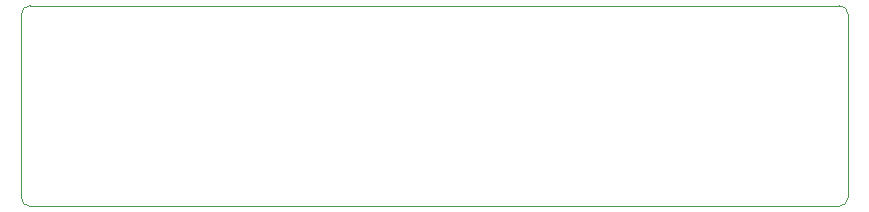
<source format=gbr>
%TF.GenerationSoftware,KiCad,Pcbnew,7.0.1*%
%TF.CreationDate,2023-08-30T00:52:31-03:00*%
%TF.ProjectId,QRE1113_Line_Sensors_x8,51524531-3131-4335-9f4c-696e655f5365,rev?*%
%TF.SameCoordinates,Original*%
%TF.FileFunction,Paste,Top*%
%TF.FilePolarity,Positive*%
%FSLAX46Y46*%
G04 Gerber Fmt 4.6, Leading zero omitted, Abs format (unit mm)*
G04 Created by KiCad (PCBNEW 7.0.1) date 2023-08-30 00:52:31*
%MOMM*%
%LPD*%
G01*
G04 APERTURE LIST*
%TA.AperFunction,Profile*%
%ADD10C,0.100000*%
%TD*%
G04 APERTURE END LIST*
D10*
X194250000Y-75250000D02*
X125750000Y-75250000D01*
X125750000Y-58250000D02*
X194250000Y-58250000D01*
X195000000Y-59000000D02*
X195000000Y-74500000D01*
X195000000Y-59000000D02*
G75*
G03*
X194250000Y-58250000I-750000J0D01*
G01*
X125000000Y-74500000D02*
X125000000Y-59000000D01*
X125000000Y-74500000D02*
G75*
G03*
X125750000Y-75250000I750000J0D01*
G01*
X194250000Y-75250000D02*
G75*
G03*
X195000000Y-74500000I0J750000D01*
G01*
X125750000Y-58250000D02*
G75*
G03*
X125000000Y-59000000I0J-750000D01*
G01*
M02*

</source>
